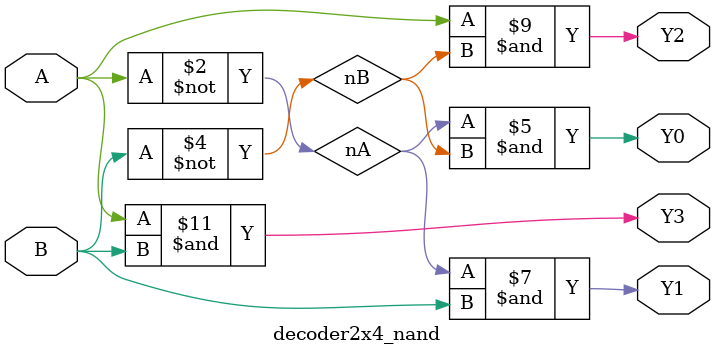
<source format=v>
module decoder2x4_nand (
    input  wire A,
    input  wire B,
    output wire Y0,
    output wire Y1,
    output wire Y2,
    output wire Y3
);

    wire nA, nB;
    wire w0, w1, w2, w3;

    // Inverters using NAND
    nand (nA, A, A);
    nand (nB, B, B);

    // First level NANDs (active-low minterms)
    nand (w0, nA, nB); // ~(~A · ~B)
    nand (w1, nA, B ); // ~(~A ·  B)
    nand (w2, A,  nB); // ~( A · ~B)
    nand (w3, A,  B ); // ~( A ·  B)

    // Second level NANDs to make outputs active-HIGH
    nand (Y0, w0, w0);
    nand (Y1, w1, w1);
    nand (Y2, w2, w2);
    nand (Y3, w3, w3);

endmodule

</source>
